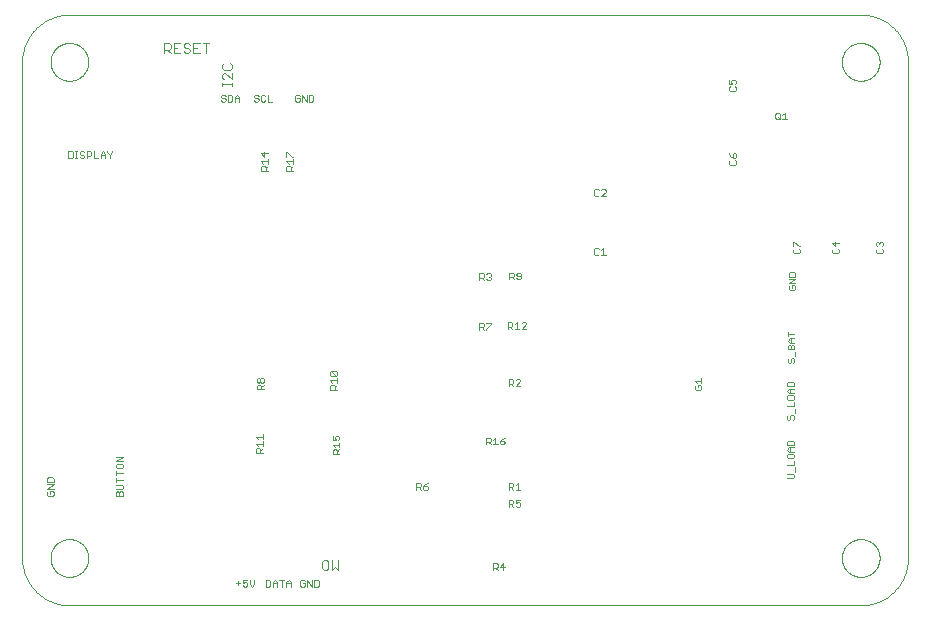
<source format=gto>
G75*
%MOIN*%
%OFA0B0*%
%FSLAX25Y25*%
%IPPOS*%
%LPD*%
%AMOC8*
5,1,8,0,0,1.08239X$1,22.5*
%
%ADD10C,0.00200*%
%ADD11C,0.00300*%
%ADD12C,0.00400*%
%ADD13C,0.00000*%
D10*
X0080672Y0087170D02*
X0082206Y0087170D01*
X0082590Y0087554D01*
X0082590Y0088321D01*
X0082206Y0088705D01*
X0081439Y0088705D01*
X0081439Y0087937D01*
X0080672Y0087170D02*
X0080288Y0087554D01*
X0080288Y0088321D01*
X0080672Y0088705D01*
X0080288Y0089472D02*
X0082590Y0091007D01*
X0080288Y0091007D01*
X0080288Y0091774D02*
X0080288Y0092925D01*
X0080672Y0093309D01*
X0082206Y0093309D01*
X0082590Y0092925D01*
X0082590Y0091774D01*
X0080288Y0091774D01*
X0080288Y0089472D02*
X0082590Y0089472D01*
X0143310Y0058051D02*
X0144845Y0058051D01*
X0145612Y0058051D02*
X0146379Y0058435D01*
X0146763Y0058435D01*
X0147147Y0058051D01*
X0147147Y0057284D01*
X0146763Y0056900D01*
X0145996Y0056900D01*
X0145612Y0057284D01*
X0145612Y0058051D02*
X0145612Y0059202D01*
X0147147Y0059202D01*
X0147914Y0059202D02*
X0147914Y0057667D01*
X0148681Y0056900D01*
X0149449Y0057667D01*
X0149449Y0059202D01*
X0153250Y0059202D02*
X0154401Y0059202D01*
X0154785Y0058818D01*
X0154785Y0057284D01*
X0154401Y0056900D01*
X0153250Y0056900D01*
X0153250Y0059202D01*
X0155552Y0058435D02*
X0156319Y0059202D01*
X0157087Y0058435D01*
X0157087Y0056900D01*
X0157087Y0058051D02*
X0155552Y0058051D01*
X0155552Y0058435D02*
X0155552Y0056900D01*
X0158621Y0056900D02*
X0158621Y0059202D01*
X0157854Y0059202D02*
X0159389Y0059202D01*
X0160156Y0058435D02*
X0160923Y0059202D01*
X0161691Y0058435D01*
X0161691Y0056900D01*
X0161691Y0058051D02*
X0160156Y0058051D01*
X0160156Y0058435D02*
X0160156Y0056900D01*
X0164830Y0057284D02*
X0165214Y0056900D01*
X0165981Y0056900D01*
X0166365Y0057284D01*
X0166365Y0058051D01*
X0165597Y0058051D01*
X0164830Y0058818D02*
X0164830Y0057284D01*
X0164830Y0058818D02*
X0165214Y0059202D01*
X0165981Y0059202D01*
X0166365Y0058818D01*
X0167132Y0059202D02*
X0168667Y0056900D01*
X0168667Y0059202D01*
X0169434Y0059202D02*
X0170585Y0059202D01*
X0170969Y0058818D01*
X0170969Y0057284D01*
X0170585Y0056900D01*
X0169434Y0056900D01*
X0169434Y0059202D01*
X0167132Y0059202D02*
X0167132Y0056900D01*
X0144077Y0057284D02*
X0144077Y0058818D01*
X0149958Y0101490D02*
X0149958Y0102641D01*
X0150342Y0103025D01*
X0151109Y0103025D01*
X0151493Y0102641D01*
X0151493Y0101490D01*
X0152260Y0101490D02*
X0149958Y0101490D01*
X0151493Y0102257D02*
X0152260Y0103025D01*
X0152260Y0103792D02*
X0152260Y0105327D01*
X0152260Y0106094D02*
X0152260Y0107629D01*
X0152260Y0106861D02*
X0149958Y0106861D01*
X0150725Y0106094D01*
X0149958Y0104559D02*
X0152260Y0104559D01*
X0150725Y0103792D02*
X0149958Y0104559D01*
X0175568Y0104163D02*
X0177870Y0104163D01*
X0177870Y0103396D02*
X0177870Y0104931D01*
X0177486Y0105698D02*
X0177870Y0106082D01*
X0177870Y0106849D01*
X0177486Y0107233D01*
X0176719Y0107233D01*
X0176335Y0106849D01*
X0176335Y0106465D01*
X0176719Y0105698D01*
X0175568Y0105698D01*
X0175568Y0107233D01*
X0175568Y0104163D02*
X0176335Y0103396D01*
X0175952Y0102629D02*
X0176719Y0102629D01*
X0177103Y0102245D01*
X0177103Y0101094D01*
X0177870Y0101094D02*
X0175568Y0101094D01*
X0175568Y0102245D01*
X0175952Y0102629D01*
X0177103Y0101861D02*
X0177870Y0102629D01*
X0203476Y0091502D02*
X0203476Y0089200D01*
X0203476Y0089967D02*
X0204627Y0089967D01*
X0205011Y0090351D01*
X0205011Y0091118D01*
X0204627Y0091502D01*
X0203476Y0091502D01*
X0204243Y0089967D02*
X0205011Y0089200D01*
X0205778Y0089584D02*
X0206162Y0089200D01*
X0206929Y0089200D01*
X0207313Y0089584D01*
X0207313Y0089967D01*
X0206929Y0090351D01*
X0205778Y0090351D01*
X0205778Y0089584D01*
X0205778Y0090351D02*
X0206545Y0091118D01*
X0207313Y0091502D01*
X0226744Y0104290D02*
X0226744Y0106592D01*
X0227895Y0106592D01*
X0228279Y0106208D01*
X0228279Y0105441D01*
X0227895Y0105057D01*
X0226744Y0105057D01*
X0227511Y0105057D02*
X0228279Y0104290D01*
X0229046Y0104290D02*
X0230581Y0104290D01*
X0229813Y0104290D02*
X0229813Y0106592D01*
X0229046Y0105825D01*
X0231348Y0105441D02*
X0232499Y0105441D01*
X0232883Y0105057D01*
X0232883Y0104674D01*
X0232499Y0104290D01*
X0231732Y0104290D01*
X0231348Y0104674D01*
X0231348Y0105441D01*
X0232115Y0106208D01*
X0232883Y0106592D01*
X0234296Y0091502D02*
X0235447Y0091502D01*
X0235831Y0091118D01*
X0235831Y0090351D01*
X0235447Y0089967D01*
X0234296Y0089967D01*
X0234296Y0089200D02*
X0234296Y0091502D01*
X0235063Y0089967D02*
X0235831Y0089200D01*
X0236598Y0089200D02*
X0238133Y0089200D01*
X0237365Y0089200D02*
X0237365Y0091502D01*
X0236598Y0090735D01*
X0236598Y0085842D02*
X0236598Y0084691D01*
X0237365Y0085075D01*
X0237749Y0085075D01*
X0238133Y0084691D01*
X0238133Y0083924D01*
X0237749Y0083540D01*
X0236982Y0083540D01*
X0236598Y0083924D01*
X0235831Y0083540D02*
X0235063Y0084307D01*
X0235447Y0084307D02*
X0234296Y0084307D01*
X0234296Y0083540D02*
X0234296Y0085842D01*
X0235447Y0085842D01*
X0235831Y0085458D01*
X0235831Y0084691D01*
X0235447Y0084307D01*
X0236598Y0085842D02*
X0238133Y0085842D01*
X0232499Y0064732D02*
X0231348Y0063581D01*
X0232883Y0063581D01*
X0232499Y0062430D02*
X0232499Y0064732D01*
X0230581Y0064348D02*
X0230581Y0063581D01*
X0230197Y0063197D01*
X0229046Y0063197D01*
X0229046Y0062430D02*
X0229046Y0064732D01*
X0230197Y0064732D01*
X0230581Y0064348D01*
X0229813Y0063197D02*
X0230581Y0062430D01*
X0234296Y0123790D02*
X0234296Y0126092D01*
X0235447Y0126092D01*
X0235831Y0125708D01*
X0235831Y0124941D01*
X0235447Y0124557D01*
X0234296Y0124557D01*
X0235063Y0124557D02*
X0235831Y0123790D01*
X0236598Y0123790D02*
X0238133Y0125325D01*
X0238133Y0125708D01*
X0237749Y0126092D01*
X0236982Y0126092D01*
X0236598Y0125708D01*
X0236598Y0123790D02*
X0238133Y0123790D01*
X0237831Y0142790D02*
X0236296Y0142790D01*
X0235529Y0142790D02*
X0234761Y0143557D01*
X0235145Y0143557D02*
X0233994Y0143557D01*
X0233994Y0142790D02*
X0233994Y0145092D01*
X0235145Y0145092D01*
X0235529Y0144708D01*
X0235529Y0143941D01*
X0235145Y0143557D01*
X0236296Y0144325D02*
X0237063Y0145092D01*
X0237063Y0142790D01*
X0238598Y0142790D02*
X0240133Y0144325D01*
X0240133Y0144708D01*
X0239749Y0145092D01*
X0238982Y0145092D01*
X0238598Y0144708D01*
X0238598Y0142790D02*
X0240133Y0142790D01*
X0228383Y0144458D02*
X0226848Y0142924D01*
X0226848Y0142540D01*
X0226081Y0142540D02*
X0225313Y0143307D01*
X0225697Y0143307D02*
X0224546Y0143307D01*
X0224546Y0142540D02*
X0224546Y0144842D01*
X0225697Y0144842D01*
X0226081Y0144458D01*
X0226081Y0143691D01*
X0225697Y0143307D01*
X0226848Y0144842D02*
X0228383Y0144842D01*
X0228383Y0144458D01*
X0227999Y0159040D02*
X0227232Y0159040D01*
X0226848Y0159424D01*
X0226081Y0159040D02*
X0225313Y0159807D01*
X0225697Y0159807D02*
X0224546Y0159807D01*
X0224546Y0159040D02*
X0224546Y0161342D01*
X0225697Y0161342D01*
X0226081Y0160958D01*
X0226081Y0160191D01*
X0225697Y0159807D01*
X0226848Y0160958D02*
X0227232Y0161342D01*
X0227999Y0161342D01*
X0228383Y0160958D01*
X0228383Y0160575D01*
X0227999Y0160191D01*
X0228383Y0159807D01*
X0228383Y0159424D01*
X0227999Y0159040D01*
X0227999Y0160191D02*
X0227615Y0160191D01*
X0234546Y0160057D02*
X0235697Y0160057D01*
X0236081Y0160441D01*
X0236081Y0161208D01*
X0235697Y0161592D01*
X0234546Y0161592D01*
X0234546Y0159290D01*
X0235313Y0160057D02*
X0236081Y0159290D01*
X0236848Y0159674D02*
X0237232Y0159290D01*
X0237999Y0159290D01*
X0238383Y0159674D01*
X0238383Y0161208D01*
X0237999Y0161592D01*
X0237232Y0161592D01*
X0236848Y0161208D01*
X0236848Y0160825D01*
X0237232Y0160441D01*
X0238383Y0160441D01*
X0262746Y0167884D02*
X0263130Y0167500D01*
X0263897Y0167500D01*
X0264281Y0167884D01*
X0265048Y0167500D02*
X0266583Y0167500D01*
X0265815Y0167500D02*
X0265815Y0169802D01*
X0265048Y0169035D01*
X0264281Y0169418D02*
X0263897Y0169802D01*
X0263130Y0169802D01*
X0262746Y0169418D01*
X0262746Y0167884D01*
X0263130Y0187060D02*
X0263897Y0187060D01*
X0264281Y0187444D01*
X0265048Y0187060D02*
X0266583Y0188595D01*
X0266583Y0188978D01*
X0266199Y0189362D01*
X0265432Y0189362D01*
X0265048Y0188978D01*
X0264281Y0188978D02*
X0263897Y0189362D01*
X0263130Y0189362D01*
X0262746Y0188978D01*
X0262746Y0187444D01*
X0263130Y0187060D01*
X0265048Y0187060D02*
X0266583Y0187060D01*
X0307828Y0197880D02*
X0308212Y0197496D01*
X0309746Y0197496D01*
X0310130Y0197880D01*
X0310130Y0198647D01*
X0309746Y0199031D01*
X0309746Y0199798D02*
X0310130Y0200182D01*
X0310130Y0200949D01*
X0309746Y0201333D01*
X0309363Y0201333D01*
X0308979Y0200949D01*
X0308979Y0199798D01*
X0309746Y0199798D01*
X0308979Y0199798D02*
X0308212Y0200565D01*
X0307828Y0201333D01*
X0308212Y0199031D02*
X0307828Y0198647D01*
X0307828Y0197880D01*
X0308022Y0222100D02*
X0309556Y0222100D01*
X0309940Y0222484D01*
X0309940Y0223251D01*
X0309556Y0223635D01*
X0309556Y0224402D02*
X0309940Y0224786D01*
X0309940Y0225553D01*
X0309556Y0225937D01*
X0308789Y0225937D01*
X0308405Y0225553D01*
X0308405Y0225169D01*
X0308789Y0224402D01*
X0307638Y0224402D01*
X0307638Y0225937D01*
X0308022Y0223635D02*
X0307638Y0223251D01*
X0307638Y0222484D01*
X0308022Y0222100D01*
X0329083Y0171837D02*
X0329467Y0171837D01*
X0331001Y0170302D01*
X0331385Y0170302D01*
X0331001Y0169535D02*
X0331385Y0169151D01*
X0331385Y0168384D01*
X0331001Y0168000D01*
X0329467Y0168000D01*
X0329083Y0168384D01*
X0329083Y0169151D01*
X0329467Y0169535D01*
X0329083Y0170302D02*
X0329083Y0171837D01*
X0342028Y0171453D02*
X0343179Y0170302D01*
X0343179Y0171837D01*
X0344330Y0171453D02*
X0342028Y0171453D01*
X0342412Y0169535D02*
X0342028Y0169151D01*
X0342028Y0168384D01*
X0342412Y0168000D01*
X0343946Y0168000D01*
X0344330Y0168384D01*
X0344330Y0169151D01*
X0343946Y0169535D01*
X0356688Y0169151D02*
X0356688Y0168384D01*
X0357072Y0168000D01*
X0358606Y0168000D01*
X0358990Y0168384D01*
X0358990Y0169151D01*
X0358606Y0169535D01*
X0358606Y0170302D02*
X0358990Y0170686D01*
X0358990Y0171453D01*
X0358606Y0171837D01*
X0358223Y0171837D01*
X0357839Y0171453D01*
X0357839Y0171069D01*
X0357839Y0171453D02*
X0357455Y0171837D01*
X0357072Y0171837D01*
X0356688Y0171453D01*
X0356688Y0170686D01*
X0357072Y0170302D01*
X0357072Y0169535D02*
X0356688Y0169151D01*
X0329860Y0161371D02*
X0329493Y0161738D01*
X0328025Y0161738D01*
X0327658Y0161371D01*
X0327658Y0160270D01*
X0329860Y0160270D01*
X0329860Y0161371D01*
X0329860Y0159528D02*
X0327658Y0159528D01*
X0327658Y0158060D02*
X0329860Y0159528D01*
X0329860Y0158060D02*
X0327658Y0158060D01*
X0328025Y0157318D02*
X0327658Y0156951D01*
X0327658Y0156217D01*
X0328025Y0155850D01*
X0329493Y0155850D01*
X0329860Y0156217D01*
X0329860Y0156951D01*
X0329493Y0157318D01*
X0328759Y0157318D01*
X0328759Y0156584D01*
X0327248Y0141878D02*
X0327248Y0140410D01*
X0327248Y0141144D02*
X0329450Y0141144D01*
X0329450Y0139668D02*
X0327982Y0139668D01*
X0327248Y0138934D01*
X0327982Y0138200D01*
X0329450Y0138200D01*
X0329083Y0137458D02*
X0329450Y0137091D01*
X0329450Y0135990D01*
X0327248Y0135990D01*
X0327248Y0137091D01*
X0327615Y0137458D01*
X0327982Y0137458D01*
X0328349Y0137091D01*
X0328349Y0135990D01*
X0328349Y0137091D02*
X0328716Y0137458D01*
X0329083Y0137458D01*
X0328349Y0138200D02*
X0328349Y0139668D01*
X0329817Y0135248D02*
X0329817Y0133780D01*
X0329083Y0133038D02*
X0329450Y0132671D01*
X0329450Y0131938D01*
X0329083Y0131571D01*
X0328349Y0131938D02*
X0328349Y0132671D01*
X0328716Y0133038D01*
X0329083Y0133038D01*
X0328349Y0131938D02*
X0327982Y0131571D01*
X0327615Y0131571D01*
X0327248Y0131938D01*
X0327248Y0132671D01*
X0327615Y0133038D01*
X0327435Y0125078D02*
X0327068Y0124711D01*
X0327068Y0123610D01*
X0329270Y0123610D01*
X0329270Y0124711D01*
X0328903Y0125078D01*
X0327435Y0125078D01*
X0327802Y0122868D02*
X0329270Y0122868D01*
X0328169Y0122868D02*
X0328169Y0121400D01*
X0327802Y0121400D02*
X0327068Y0122134D01*
X0327802Y0122868D01*
X0327802Y0121400D02*
X0329270Y0121400D01*
X0328903Y0120658D02*
X0327435Y0120658D01*
X0327068Y0120291D01*
X0327068Y0119557D01*
X0327435Y0119190D01*
X0328903Y0119190D01*
X0329270Y0119557D01*
X0329270Y0120291D01*
X0328903Y0120658D01*
X0329270Y0118448D02*
X0329270Y0116980D01*
X0327068Y0116980D01*
X0329637Y0116238D02*
X0329637Y0114771D01*
X0328903Y0114029D02*
X0329270Y0113662D01*
X0329270Y0112928D01*
X0328903Y0112561D01*
X0328169Y0112928D02*
X0328169Y0113662D01*
X0328536Y0114029D01*
X0328903Y0114029D01*
X0328169Y0112928D02*
X0327802Y0112561D01*
X0327435Y0112561D01*
X0327068Y0112928D01*
X0327068Y0113662D01*
X0327435Y0114029D01*
X0327455Y0105507D02*
X0327088Y0105140D01*
X0327088Y0104039D01*
X0329290Y0104039D01*
X0329290Y0105140D01*
X0328923Y0105507D01*
X0327455Y0105507D01*
X0327822Y0103297D02*
X0329290Y0103297D01*
X0328189Y0103297D02*
X0328189Y0101830D01*
X0327822Y0101830D02*
X0327088Y0102563D01*
X0327822Y0103297D01*
X0327822Y0101830D02*
X0329290Y0101830D01*
X0328923Y0101088D02*
X0327455Y0101088D01*
X0327088Y0100721D01*
X0327088Y0099987D01*
X0327455Y0099620D01*
X0328923Y0099620D01*
X0329290Y0099987D01*
X0329290Y0100721D01*
X0328923Y0101088D01*
X0329290Y0098878D02*
X0329290Y0097410D01*
X0327088Y0097410D01*
X0329657Y0096668D02*
X0329657Y0095200D01*
X0328923Y0094458D02*
X0327088Y0094458D01*
X0327088Y0092990D02*
X0328923Y0092990D01*
X0329290Y0093357D01*
X0329290Y0094091D01*
X0328923Y0094458D01*
X0177080Y0122600D02*
X0174778Y0122600D01*
X0174778Y0123751D01*
X0175162Y0124135D01*
X0175929Y0124135D01*
X0176313Y0123751D01*
X0176313Y0122600D01*
X0176313Y0123367D02*
X0177080Y0124135D01*
X0177080Y0124902D02*
X0177080Y0126437D01*
X0177080Y0125669D02*
X0174778Y0125669D01*
X0175545Y0124902D01*
X0175162Y0127204D02*
X0174778Y0127588D01*
X0174778Y0128355D01*
X0175162Y0128739D01*
X0176696Y0127204D01*
X0177080Y0127588D01*
X0177080Y0128355D01*
X0176696Y0128739D01*
X0175162Y0128739D01*
X0175162Y0127204D02*
X0176696Y0127204D01*
X0152640Y0126073D02*
X0152640Y0125306D01*
X0152256Y0124922D01*
X0151873Y0124922D01*
X0151489Y0125306D01*
X0151489Y0126073D01*
X0151873Y0126457D01*
X0152256Y0126457D01*
X0152640Y0126073D01*
X0151489Y0126073D02*
X0151105Y0126457D01*
X0150722Y0126457D01*
X0150338Y0126073D01*
X0150338Y0125306D01*
X0150722Y0124922D01*
X0151105Y0124922D01*
X0151489Y0125306D01*
X0151489Y0124155D02*
X0151873Y0123771D01*
X0151873Y0122620D01*
X0152640Y0122620D02*
X0150338Y0122620D01*
X0150338Y0123771D01*
X0150722Y0124155D01*
X0151489Y0124155D01*
X0151873Y0123387D02*
X0152640Y0124155D01*
X0153223Y0195600D02*
X0153223Y0196751D01*
X0152839Y0197135D01*
X0152072Y0197135D01*
X0151688Y0196751D01*
X0151688Y0195600D01*
X0153990Y0195600D01*
X0153223Y0196367D02*
X0153990Y0197135D01*
X0153990Y0197902D02*
X0153990Y0199437D01*
X0153990Y0198669D02*
X0151688Y0198669D01*
X0152455Y0197902D01*
X0152839Y0200204D02*
X0152839Y0201739D01*
X0151688Y0201355D02*
X0152839Y0200204D01*
X0153990Y0201355D02*
X0151688Y0201355D01*
X0160128Y0201739D02*
X0160512Y0201739D01*
X0162046Y0200204D01*
X0162430Y0200204D01*
X0162430Y0199437D02*
X0162430Y0197902D01*
X0162430Y0198669D02*
X0160128Y0198669D01*
X0160895Y0197902D01*
X0160512Y0197135D02*
X0161279Y0197135D01*
X0161663Y0196751D01*
X0161663Y0195600D01*
X0162430Y0195600D02*
X0160128Y0195600D01*
X0160128Y0196751D01*
X0160512Y0197135D01*
X0161663Y0196367D02*
X0162430Y0197135D01*
X0160128Y0200204D02*
X0160128Y0201739D01*
X0163458Y0218600D02*
X0164225Y0218600D01*
X0164609Y0218984D01*
X0164609Y0219751D01*
X0163841Y0219751D01*
X0163074Y0220518D02*
X0163074Y0218984D01*
X0163458Y0218600D01*
X0165376Y0218600D02*
X0165376Y0220902D01*
X0166911Y0218600D01*
X0166911Y0220902D01*
X0167678Y0220902D02*
X0168829Y0220902D01*
X0169213Y0220518D01*
X0169213Y0218984D01*
X0168829Y0218600D01*
X0167678Y0218600D01*
X0167678Y0220902D01*
X0164609Y0220518D02*
X0164225Y0220902D01*
X0163458Y0220902D01*
X0163074Y0220518D01*
X0155493Y0218600D02*
X0153958Y0218600D01*
X0153958Y0220902D01*
X0153191Y0220518D02*
X0152807Y0220902D01*
X0152040Y0220902D01*
X0151656Y0220518D01*
X0151656Y0218984D01*
X0152040Y0218600D01*
X0152807Y0218600D01*
X0153191Y0218984D01*
X0150889Y0218984D02*
X0150505Y0218600D01*
X0149738Y0218600D01*
X0149354Y0218984D01*
X0149738Y0219751D02*
X0149354Y0220135D01*
X0149354Y0220518D01*
X0149738Y0220902D01*
X0150505Y0220902D01*
X0150889Y0220518D01*
X0150505Y0219751D02*
X0150889Y0219367D01*
X0150889Y0218984D01*
X0150505Y0219751D02*
X0149738Y0219751D01*
X0144513Y0219751D02*
X0142978Y0219751D01*
X0142978Y0220135D02*
X0143745Y0220902D01*
X0144513Y0220135D01*
X0144513Y0218600D01*
X0142978Y0218600D02*
X0142978Y0220135D01*
X0142211Y0220518D02*
X0141827Y0220902D01*
X0140676Y0220902D01*
X0140676Y0218600D01*
X0141827Y0218600D01*
X0142211Y0218984D01*
X0142211Y0220518D01*
X0139909Y0220518D02*
X0139525Y0220902D01*
X0138758Y0220902D01*
X0138374Y0220518D01*
X0138374Y0220135D01*
X0138758Y0219751D01*
X0139525Y0219751D01*
X0139909Y0219367D01*
X0139909Y0218984D01*
X0139525Y0218600D01*
X0138758Y0218600D01*
X0138374Y0218984D01*
D11*
X0133439Y0234830D02*
X0133439Y0238033D01*
X0134506Y0238033D02*
X0132371Y0238033D01*
X0131283Y0238033D02*
X0129148Y0238033D01*
X0129148Y0234830D01*
X0131283Y0234830D01*
X0130216Y0236431D02*
X0129148Y0236431D01*
X0128061Y0235898D02*
X0128061Y0235364D01*
X0127527Y0234830D01*
X0126459Y0234830D01*
X0125925Y0235364D01*
X0126459Y0236431D02*
X0127527Y0236431D01*
X0128061Y0235898D01*
X0128061Y0237499D02*
X0127527Y0238033D01*
X0126459Y0238033D01*
X0125925Y0237499D01*
X0125925Y0236965D01*
X0126459Y0236431D01*
X0124838Y0234830D02*
X0122703Y0234830D01*
X0122703Y0238033D01*
X0124838Y0238033D01*
X0123770Y0236431D02*
X0122703Y0236431D01*
X0121615Y0236431D02*
X0121081Y0235898D01*
X0119480Y0235898D01*
X0120548Y0235898D02*
X0121615Y0234830D01*
X0121615Y0236431D02*
X0121615Y0237499D01*
X0121081Y0238033D01*
X0119480Y0238033D01*
X0119480Y0234830D01*
X0102012Y0201982D02*
X0102012Y0201615D01*
X0101278Y0200881D01*
X0101278Y0199780D01*
X0101278Y0200881D02*
X0100544Y0201615D01*
X0100544Y0201982D01*
X0099710Y0201248D02*
X0099710Y0199780D01*
X0099710Y0200881D02*
X0098242Y0200881D01*
X0098242Y0201248D02*
X0098976Y0201982D01*
X0099710Y0201248D01*
X0098242Y0201248D02*
X0098242Y0199780D01*
X0097408Y0199780D02*
X0095941Y0199780D01*
X0095941Y0201982D01*
X0095106Y0201615D02*
X0095106Y0200881D01*
X0094739Y0200514D01*
X0093639Y0200514D01*
X0093639Y0199780D02*
X0093639Y0201982D01*
X0094739Y0201982D01*
X0095106Y0201615D01*
X0092805Y0201615D02*
X0092438Y0201982D01*
X0091704Y0201982D01*
X0091337Y0201615D01*
X0091337Y0201248D01*
X0091704Y0200881D01*
X0092438Y0200881D01*
X0092805Y0200514D01*
X0092805Y0200147D01*
X0092438Y0199780D01*
X0091704Y0199780D01*
X0091337Y0200147D01*
X0090536Y0199780D02*
X0089802Y0199780D01*
X0090169Y0199780D02*
X0090169Y0201982D01*
X0089802Y0201982D02*
X0090536Y0201982D01*
X0088968Y0201615D02*
X0088601Y0201982D01*
X0087500Y0201982D01*
X0087500Y0199780D01*
X0088601Y0199780D01*
X0088968Y0200147D01*
X0088968Y0201615D01*
X0103388Y0100128D02*
X0105590Y0100128D01*
X0103388Y0098660D01*
X0105590Y0098660D01*
X0105223Y0097826D02*
X0103755Y0097826D01*
X0103388Y0097459D01*
X0103388Y0096725D01*
X0103755Y0096358D01*
X0105223Y0096358D01*
X0105590Y0096725D01*
X0105590Y0097459D01*
X0105223Y0097826D01*
X0103388Y0095524D02*
X0103388Y0094056D01*
X0103388Y0094790D02*
X0105590Y0094790D01*
X0105590Y0092488D02*
X0103388Y0092488D01*
X0103388Y0091754D02*
X0103388Y0093222D01*
X0103388Y0090920D02*
X0105223Y0090920D01*
X0105590Y0090553D01*
X0105590Y0089819D01*
X0105223Y0089452D01*
X0103388Y0089452D01*
X0103755Y0088618D02*
X0104122Y0088618D01*
X0104489Y0088251D01*
X0104489Y0087150D01*
X0103388Y0087150D02*
X0103388Y0088251D01*
X0103755Y0088618D01*
X0104489Y0088251D02*
X0104856Y0088618D01*
X0105223Y0088618D01*
X0105590Y0088251D01*
X0105590Y0087150D01*
X0103388Y0087150D01*
X0296308Y0122937D02*
X0296675Y0122570D01*
X0298143Y0122570D01*
X0298510Y0122937D01*
X0298510Y0123671D01*
X0298143Y0124038D01*
X0297409Y0124038D01*
X0297409Y0123304D01*
X0296675Y0124038D02*
X0296308Y0123671D01*
X0296308Y0122937D01*
X0297042Y0124872D02*
X0296308Y0125606D01*
X0298510Y0125606D01*
X0298510Y0124872D02*
X0298510Y0126340D01*
X0323557Y0212670D02*
X0323190Y0213037D01*
X0323190Y0214505D01*
X0323557Y0214872D01*
X0324291Y0214872D01*
X0324658Y0214505D01*
X0324658Y0213037D01*
X0324291Y0212670D01*
X0323557Y0212670D01*
X0323924Y0213404D02*
X0324658Y0212670D01*
X0325492Y0212670D02*
X0326960Y0212670D01*
X0326226Y0212670D02*
X0326226Y0214872D01*
X0325492Y0214138D01*
D12*
X0141950Y0223880D02*
X0141950Y0224914D01*
X0141950Y0224397D02*
X0138847Y0224397D01*
X0138847Y0223880D02*
X0138847Y0224914D01*
X0139364Y0226028D02*
X0138847Y0226546D01*
X0138847Y0227580D01*
X0139364Y0228097D01*
X0139882Y0228097D01*
X0141950Y0226028D01*
X0141950Y0228097D01*
X0141433Y0229251D02*
X0141950Y0229768D01*
X0141950Y0230803D01*
X0141433Y0231320D01*
X0139364Y0231320D02*
X0138847Y0230803D01*
X0138847Y0229768D01*
X0139364Y0229251D01*
X0141433Y0229251D01*
X0172647Y0065653D02*
X0172130Y0065136D01*
X0172130Y0063067D01*
X0172647Y0062550D01*
X0173681Y0062550D01*
X0174198Y0063067D01*
X0174198Y0065136D01*
X0173681Y0065653D01*
X0172647Y0065653D01*
X0175353Y0065653D02*
X0175353Y0062550D01*
X0176387Y0063584D01*
X0177421Y0062550D01*
X0177421Y0065653D01*
D13*
X0087848Y0050700D02*
X0351628Y0050700D01*
X0345329Y0066448D02*
X0345331Y0066606D01*
X0345337Y0066764D01*
X0345347Y0066922D01*
X0345361Y0067080D01*
X0345379Y0067237D01*
X0345400Y0067394D01*
X0345426Y0067550D01*
X0345456Y0067706D01*
X0345489Y0067861D01*
X0345527Y0068014D01*
X0345568Y0068167D01*
X0345613Y0068319D01*
X0345662Y0068470D01*
X0345715Y0068619D01*
X0345771Y0068767D01*
X0345831Y0068913D01*
X0345895Y0069058D01*
X0345963Y0069201D01*
X0346034Y0069343D01*
X0346108Y0069483D01*
X0346186Y0069620D01*
X0346268Y0069756D01*
X0346352Y0069890D01*
X0346441Y0070021D01*
X0346532Y0070150D01*
X0346627Y0070277D01*
X0346724Y0070402D01*
X0346825Y0070524D01*
X0346929Y0070643D01*
X0347036Y0070760D01*
X0347146Y0070874D01*
X0347259Y0070985D01*
X0347374Y0071094D01*
X0347492Y0071199D01*
X0347613Y0071301D01*
X0347736Y0071401D01*
X0347862Y0071497D01*
X0347990Y0071590D01*
X0348120Y0071680D01*
X0348253Y0071766D01*
X0348388Y0071850D01*
X0348524Y0071929D01*
X0348663Y0072006D01*
X0348804Y0072078D01*
X0348946Y0072148D01*
X0349090Y0072213D01*
X0349236Y0072275D01*
X0349383Y0072333D01*
X0349532Y0072388D01*
X0349682Y0072439D01*
X0349833Y0072486D01*
X0349985Y0072529D01*
X0350138Y0072568D01*
X0350293Y0072604D01*
X0350448Y0072635D01*
X0350604Y0072663D01*
X0350760Y0072687D01*
X0350917Y0072707D01*
X0351075Y0072723D01*
X0351232Y0072735D01*
X0351391Y0072743D01*
X0351549Y0072747D01*
X0351707Y0072747D01*
X0351865Y0072743D01*
X0352024Y0072735D01*
X0352181Y0072723D01*
X0352339Y0072707D01*
X0352496Y0072687D01*
X0352652Y0072663D01*
X0352808Y0072635D01*
X0352963Y0072604D01*
X0353118Y0072568D01*
X0353271Y0072529D01*
X0353423Y0072486D01*
X0353574Y0072439D01*
X0353724Y0072388D01*
X0353873Y0072333D01*
X0354020Y0072275D01*
X0354166Y0072213D01*
X0354310Y0072148D01*
X0354452Y0072078D01*
X0354593Y0072006D01*
X0354732Y0071929D01*
X0354868Y0071850D01*
X0355003Y0071766D01*
X0355136Y0071680D01*
X0355266Y0071590D01*
X0355394Y0071497D01*
X0355520Y0071401D01*
X0355643Y0071301D01*
X0355764Y0071199D01*
X0355882Y0071094D01*
X0355997Y0070985D01*
X0356110Y0070874D01*
X0356220Y0070760D01*
X0356327Y0070643D01*
X0356431Y0070524D01*
X0356532Y0070402D01*
X0356629Y0070277D01*
X0356724Y0070150D01*
X0356815Y0070021D01*
X0356904Y0069890D01*
X0356988Y0069756D01*
X0357070Y0069620D01*
X0357148Y0069483D01*
X0357222Y0069343D01*
X0357293Y0069201D01*
X0357361Y0069058D01*
X0357425Y0068913D01*
X0357485Y0068767D01*
X0357541Y0068619D01*
X0357594Y0068470D01*
X0357643Y0068319D01*
X0357688Y0068167D01*
X0357729Y0068014D01*
X0357767Y0067861D01*
X0357800Y0067706D01*
X0357830Y0067550D01*
X0357856Y0067394D01*
X0357877Y0067237D01*
X0357895Y0067080D01*
X0357909Y0066922D01*
X0357919Y0066764D01*
X0357925Y0066606D01*
X0357927Y0066448D01*
X0357925Y0066290D01*
X0357919Y0066132D01*
X0357909Y0065974D01*
X0357895Y0065816D01*
X0357877Y0065659D01*
X0357856Y0065502D01*
X0357830Y0065346D01*
X0357800Y0065190D01*
X0357767Y0065035D01*
X0357729Y0064882D01*
X0357688Y0064729D01*
X0357643Y0064577D01*
X0357594Y0064426D01*
X0357541Y0064277D01*
X0357485Y0064129D01*
X0357425Y0063983D01*
X0357361Y0063838D01*
X0357293Y0063695D01*
X0357222Y0063553D01*
X0357148Y0063413D01*
X0357070Y0063276D01*
X0356988Y0063140D01*
X0356904Y0063006D01*
X0356815Y0062875D01*
X0356724Y0062746D01*
X0356629Y0062619D01*
X0356532Y0062494D01*
X0356431Y0062372D01*
X0356327Y0062253D01*
X0356220Y0062136D01*
X0356110Y0062022D01*
X0355997Y0061911D01*
X0355882Y0061802D01*
X0355764Y0061697D01*
X0355643Y0061595D01*
X0355520Y0061495D01*
X0355394Y0061399D01*
X0355266Y0061306D01*
X0355136Y0061216D01*
X0355003Y0061130D01*
X0354868Y0061046D01*
X0354732Y0060967D01*
X0354593Y0060890D01*
X0354452Y0060818D01*
X0354310Y0060748D01*
X0354166Y0060683D01*
X0354020Y0060621D01*
X0353873Y0060563D01*
X0353724Y0060508D01*
X0353574Y0060457D01*
X0353423Y0060410D01*
X0353271Y0060367D01*
X0353118Y0060328D01*
X0352963Y0060292D01*
X0352808Y0060261D01*
X0352652Y0060233D01*
X0352496Y0060209D01*
X0352339Y0060189D01*
X0352181Y0060173D01*
X0352024Y0060161D01*
X0351865Y0060153D01*
X0351707Y0060149D01*
X0351549Y0060149D01*
X0351391Y0060153D01*
X0351232Y0060161D01*
X0351075Y0060173D01*
X0350917Y0060189D01*
X0350760Y0060209D01*
X0350604Y0060233D01*
X0350448Y0060261D01*
X0350293Y0060292D01*
X0350138Y0060328D01*
X0349985Y0060367D01*
X0349833Y0060410D01*
X0349682Y0060457D01*
X0349532Y0060508D01*
X0349383Y0060563D01*
X0349236Y0060621D01*
X0349090Y0060683D01*
X0348946Y0060748D01*
X0348804Y0060818D01*
X0348663Y0060890D01*
X0348524Y0060967D01*
X0348388Y0061046D01*
X0348253Y0061130D01*
X0348120Y0061216D01*
X0347990Y0061306D01*
X0347862Y0061399D01*
X0347736Y0061495D01*
X0347613Y0061595D01*
X0347492Y0061697D01*
X0347374Y0061802D01*
X0347259Y0061911D01*
X0347146Y0062022D01*
X0347036Y0062136D01*
X0346929Y0062253D01*
X0346825Y0062372D01*
X0346724Y0062494D01*
X0346627Y0062619D01*
X0346532Y0062746D01*
X0346441Y0062875D01*
X0346352Y0063006D01*
X0346268Y0063140D01*
X0346186Y0063276D01*
X0346108Y0063413D01*
X0346034Y0063553D01*
X0345963Y0063695D01*
X0345895Y0063838D01*
X0345831Y0063983D01*
X0345771Y0064129D01*
X0345715Y0064277D01*
X0345662Y0064426D01*
X0345613Y0064577D01*
X0345568Y0064729D01*
X0345527Y0064882D01*
X0345489Y0065035D01*
X0345456Y0065190D01*
X0345426Y0065346D01*
X0345400Y0065502D01*
X0345379Y0065659D01*
X0345361Y0065816D01*
X0345347Y0065974D01*
X0345337Y0066132D01*
X0345331Y0066290D01*
X0345329Y0066448D01*
X0351628Y0050700D02*
X0352009Y0050705D01*
X0352389Y0050718D01*
X0352769Y0050741D01*
X0353148Y0050774D01*
X0353526Y0050815D01*
X0353903Y0050865D01*
X0354279Y0050925D01*
X0354654Y0050993D01*
X0355026Y0051071D01*
X0355397Y0051158D01*
X0355765Y0051253D01*
X0356131Y0051358D01*
X0356494Y0051471D01*
X0356855Y0051593D01*
X0357212Y0051723D01*
X0357566Y0051863D01*
X0357917Y0052010D01*
X0358264Y0052167D01*
X0358607Y0052331D01*
X0358946Y0052504D01*
X0359281Y0052685D01*
X0359612Y0052874D01*
X0359937Y0053071D01*
X0360258Y0053275D01*
X0360574Y0053488D01*
X0360884Y0053708D01*
X0361190Y0053935D01*
X0361489Y0054170D01*
X0361783Y0054412D01*
X0362071Y0054660D01*
X0362353Y0054916D01*
X0362628Y0055179D01*
X0362897Y0055448D01*
X0363160Y0055723D01*
X0363416Y0056005D01*
X0363664Y0056293D01*
X0363906Y0056587D01*
X0364141Y0056886D01*
X0364368Y0057192D01*
X0364588Y0057502D01*
X0364801Y0057818D01*
X0365005Y0058139D01*
X0365202Y0058464D01*
X0365391Y0058795D01*
X0365572Y0059130D01*
X0365745Y0059469D01*
X0365909Y0059812D01*
X0366066Y0060159D01*
X0366213Y0060510D01*
X0366353Y0060864D01*
X0366483Y0061221D01*
X0366605Y0061582D01*
X0366718Y0061945D01*
X0366823Y0062311D01*
X0366918Y0062679D01*
X0367005Y0063050D01*
X0367083Y0063422D01*
X0367151Y0063797D01*
X0367211Y0064173D01*
X0367261Y0064550D01*
X0367302Y0064928D01*
X0367335Y0065307D01*
X0367358Y0065687D01*
X0367371Y0066067D01*
X0367376Y0066448D01*
X0367376Y0231802D01*
X0345329Y0231802D02*
X0345331Y0231960D01*
X0345337Y0232118D01*
X0345347Y0232276D01*
X0345361Y0232434D01*
X0345379Y0232591D01*
X0345400Y0232748D01*
X0345426Y0232904D01*
X0345456Y0233060D01*
X0345489Y0233215D01*
X0345527Y0233368D01*
X0345568Y0233521D01*
X0345613Y0233673D01*
X0345662Y0233824D01*
X0345715Y0233973D01*
X0345771Y0234121D01*
X0345831Y0234267D01*
X0345895Y0234412D01*
X0345963Y0234555D01*
X0346034Y0234697D01*
X0346108Y0234837D01*
X0346186Y0234974D01*
X0346268Y0235110D01*
X0346352Y0235244D01*
X0346441Y0235375D01*
X0346532Y0235504D01*
X0346627Y0235631D01*
X0346724Y0235756D01*
X0346825Y0235878D01*
X0346929Y0235997D01*
X0347036Y0236114D01*
X0347146Y0236228D01*
X0347259Y0236339D01*
X0347374Y0236448D01*
X0347492Y0236553D01*
X0347613Y0236655D01*
X0347736Y0236755D01*
X0347862Y0236851D01*
X0347990Y0236944D01*
X0348120Y0237034D01*
X0348253Y0237120D01*
X0348388Y0237204D01*
X0348524Y0237283D01*
X0348663Y0237360D01*
X0348804Y0237432D01*
X0348946Y0237502D01*
X0349090Y0237567D01*
X0349236Y0237629D01*
X0349383Y0237687D01*
X0349532Y0237742D01*
X0349682Y0237793D01*
X0349833Y0237840D01*
X0349985Y0237883D01*
X0350138Y0237922D01*
X0350293Y0237958D01*
X0350448Y0237989D01*
X0350604Y0238017D01*
X0350760Y0238041D01*
X0350917Y0238061D01*
X0351075Y0238077D01*
X0351232Y0238089D01*
X0351391Y0238097D01*
X0351549Y0238101D01*
X0351707Y0238101D01*
X0351865Y0238097D01*
X0352024Y0238089D01*
X0352181Y0238077D01*
X0352339Y0238061D01*
X0352496Y0238041D01*
X0352652Y0238017D01*
X0352808Y0237989D01*
X0352963Y0237958D01*
X0353118Y0237922D01*
X0353271Y0237883D01*
X0353423Y0237840D01*
X0353574Y0237793D01*
X0353724Y0237742D01*
X0353873Y0237687D01*
X0354020Y0237629D01*
X0354166Y0237567D01*
X0354310Y0237502D01*
X0354452Y0237432D01*
X0354593Y0237360D01*
X0354732Y0237283D01*
X0354868Y0237204D01*
X0355003Y0237120D01*
X0355136Y0237034D01*
X0355266Y0236944D01*
X0355394Y0236851D01*
X0355520Y0236755D01*
X0355643Y0236655D01*
X0355764Y0236553D01*
X0355882Y0236448D01*
X0355997Y0236339D01*
X0356110Y0236228D01*
X0356220Y0236114D01*
X0356327Y0235997D01*
X0356431Y0235878D01*
X0356532Y0235756D01*
X0356629Y0235631D01*
X0356724Y0235504D01*
X0356815Y0235375D01*
X0356904Y0235244D01*
X0356988Y0235110D01*
X0357070Y0234974D01*
X0357148Y0234837D01*
X0357222Y0234697D01*
X0357293Y0234555D01*
X0357361Y0234412D01*
X0357425Y0234267D01*
X0357485Y0234121D01*
X0357541Y0233973D01*
X0357594Y0233824D01*
X0357643Y0233673D01*
X0357688Y0233521D01*
X0357729Y0233368D01*
X0357767Y0233215D01*
X0357800Y0233060D01*
X0357830Y0232904D01*
X0357856Y0232748D01*
X0357877Y0232591D01*
X0357895Y0232434D01*
X0357909Y0232276D01*
X0357919Y0232118D01*
X0357925Y0231960D01*
X0357927Y0231802D01*
X0357925Y0231644D01*
X0357919Y0231486D01*
X0357909Y0231328D01*
X0357895Y0231170D01*
X0357877Y0231013D01*
X0357856Y0230856D01*
X0357830Y0230700D01*
X0357800Y0230544D01*
X0357767Y0230389D01*
X0357729Y0230236D01*
X0357688Y0230083D01*
X0357643Y0229931D01*
X0357594Y0229780D01*
X0357541Y0229631D01*
X0357485Y0229483D01*
X0357425Y0229337D01*
X0357361Y0229192D01*
X0357293Y0229049D01*
X0357222Y0228907D01*
X0357148Y0228767D01*
X0357070Y0228630D01*
X0356988Y0228494D01*
X0356904Y0228360D01*
X0356815Y0228229D01*
X0356724Y0228100D01*
X0356629Y0227973D01*
X0356532Y0227848D01*
X0356431Y0227726D01*
X0356327Y0227607D01*
X0356220Y0227490D01*
X0356110Y0227376D01*
X0355997Y0227265D01*
X0355882Y0227156D01*
X0355764Y0227051D01*
X0355643Y0226949D01*
X0355520Y0226849D01*
X0355394Y0226753D01*
X0355266Y0226660D01*
X0355136Y0226570D01*
X0355003Y0226484D01*
X0354868Y0226400D01*
X0354732Y0226321D01*
X0354593Y0226244D01*
X0354452Y0226172D01*
X0354310Y0226102D01*
X0354166Y0226037D01*
X0354020Y0225975D01*
X0353873Y0225917D01*
X0353724Y0225862D01*
X0353574Y0225811D01*
X0353423Y0225764D01*
X0353271Y0225721D01*
X0353118Y0225682D01*
X0352963Y0225646D01*
X0352808Y0225615D01*
X0352652Y0225587D01*
X0352496Y0225563D01*
X0352339Y0225543D01*
X0352181Y0225527D01*
X0352024Y0225515D01*
X0351865Y0225507D01*
X0351707Y0225503D01*
X0351549Y0225503D01*
X0351391Y0225507D01*
X0351232Y0225515D01*
X0351075Y0225527D01*
X0350917Y0225543D01*
X0350760Y0225563D01*
X0350604Y0225587D01*
X0350448Y0225615D01*
X0350293Y0225646D01*
X0350138Y0225682D01*
X0349985Y0225721D01*
X0349833Y0225764D01*
X0349682Y0225811D01*
X0349532Y0225862D01*
X0349383Y0225917D01*
X0349236Y0225975D01*
X0349090Y0226037D01*
X0348946Y0226102D01*
X0348804Y0226172D01*
X0348663Y0226244D01*
X0348524Y0226321D01*
X0348388Y0226400D01*
X0348253Y0226484D01*
X0348120Y0226570D01*
X0347990Y0226660D01*
X0347862Y0226753D01*
X0347736Y0226849D01*
X0347613Y0226949D01*
X0347492Y0227051D01*
X0347374Y0227156D01*
X0347259Y0227265D01*
X0347146Y0227376D01*
X0347036Y0227490D01*
X0346929Y0227607D01*
X0346825Y0227726D01*
X0346724Y0227848D01*
X0346627Y0227973D01*
X0346532Y0228100D01*
X0346441Y0228229D01*
X0346352Y0228360D01*
X0346268Y0228494D01*
X0346186Y0228630D01*
X0346108Y0228767D01*
X0346034Y0228907D01*
X0345963Y0229049D01*
X0345895Y0229192D01*
X0345831Y0229337D01*
X0345771Y0229483D01*
X0345715Y0229631D01*
X0345662Y0229780D01*
X0345613Y0229931D01*
X0345568Y0230083D01*
X0345527Y0230236D01*
X0345489Y0230389D01*
X0345456Y0230544D01*
X0345426Y0230700D01*
X0345400Y0230856D01*
X0345379Y0231013D01*
X0345361Y0231170D01*
X0345347Y0231328D01*
X0345337Y0231486D01*
X0345331Y0231644D01*
X0345329Y0231802D01*
X0351628Y0247550D02*
X0352009Y0247545D01*
X0352389Y0247532D01*
X0352769Y0247509D01*
X0353148Y0247476D01*
X0353526Y0247435D01*
X0353903Y0247385D01*
X0354279Y0247325D01*
X0354654Y0247257D01*
X0355026Y0247179D01*
X0355397Y0247092D01*
X0355765Y0246997D01*
X0356131Y0246892D01*
X0356494Y0246779D01*
X0356855Y0246657D01*
X0357212Y0246527D01*
X0357566Y0246387D01*
X0357917Y0246240D01*
X0358264Y0246083D01*
X0358607Y0245919D01*
X0358946Y0245746D01*
X0359281Y0245565D01*
X0359612Y0245376D01*
X0359937Y0245179D01*
X0360258Y0244975D01*
X0360574Y0244762D01*
X0360884Y0244542D01*
X0361190Y0244315D01*
X0361489Y0244080D01*
X0361783Y0243838D01*
X0362071Y0243590D01*
X0362353Y0243334D01*
X0362628Y0243071D01*
X0362897Y0242802D01*
X0363160Y0242527D01*
X0363416Y0242245D01*
X0363664Y0241957D01*
X0363906Y0241663D01*
X0364141Y0241364D01*
X0364368Y0241058D01*
X0364588Y0240748D01*
X0364801Y0240432D01*
X0365005Y0240111D01*
X0365202Y0239786D01*
X0365391Y0239455D01*
X0365572Y0239120D01*
X0365745Y0238781D01*
X0365909Y0238438D01*
X0366066Y0238091D01*
X0366213Y0237740D01*
X0366353Y0237386D01*
X0366483Y0237029D01*
X0366605Y0236668D01*
X0366718Y0236305D01*
X0366823Y0235939D01*
X0366918Y0235571D01*
X0367005Y0235200D01*
X0367083Y0234828D01*
X0367151Y0234453D01*
X0367211Y0234077D01*
X0367261Y0233700D01*
X0367302Y0233322D01*
X0367335Y0232943D01*
X0367358Y0232563D01*
X0367371Y0232183D01*
X0367376Y0231802D01*
X0351628Y0247550D02*
X0087848Y0247550D01*
X0081549Y0231802D02*
X0081551Y0231960D01*
X0081557Y0232118D01*
X0081567Y0232276D01*
X0081581Y0232434D01*
X0081599Y0232591D01*
X0081620Y0232748D01*
X0081646Y0232904D01*
X0081676Y0233060D01*
X0081709Y0233215D01*
X0081747Y0233368D01*
X0081788Y0233521D01*
X0081833Y0233673D01*
X0081882Y0233824D01*
X0081935Y0233973D01*
X0081991Y0234121D01*
X0082051Y0234267D01*
X0082115Y0234412D01*
X0082183Y0234555D01*
X0082254Y0234697D01*
X0082328Y0234837D01*
X0082406Y0234974D01*
X0082488Y0235110D01*
X0082572Y0235244D01*
X0082661Y0235375D01*
X0082752Y0235504D01*
X0082847Y0235631D01*
X0082944Y0235756D01*
X0083045Y0235878D01*
X0083149Y0235997D01*
X0083256Y0236114D01*
X0083366Y0236228D01*
X0083479Y0236339D01*
X0083594Y0236448D01*
X0083712Y0236553D01*
X0083833Y0236655D01*
X0083956Y0236755D01*
X0084082Y0236851D01*
X0084210Y0236944D01*
X0084340Y0237034D01*
X0084473Y0237120D01*
X0084608Y0237204D01*
X0084744Y0237283D01*
X0084883Y0237360D01*
X0085024Y0237432D01*
X0085166Y0237502D01*
X0085310Y0237567D01*
X0085456Y0237629D01*
X0085603Y0237687D01*
X0085752Y0237742D01*
X0085902Y0237793D01*
X0086053Y0237840D01*
X0086205Y0237883D01*
X0086358Y0237922D01*
X0086513Y0237958D01*
X0086668Y0237989D01*
X0086824Y0238017D01*
X0086980Y0238041D01*
X0087137Y0238061D01*
X0087295Y0238077D01*
X0087452Y0238089D01*
X0087611Y0238097D01*
X0087769Y0238101D01*
X0087927Y0238101D01*
X0088085Y0238097D01*
X0088244Y0238089D01*
X0088401Y0238077D01*
X0088559Y0238061D01*
X0088716Y0238041D01*
X0088872Y0238017D01*
X0089028Y0237989D01*
X0089183Y0237958D01*
X0089338Y0237922D01*
X0089491Y0237883D01*
X0089643Y0237840D01*
X0089794Y0237793D01*
X0089944Y0237742D01*
X0090093Y0237687D01*
X0090240Y0237629D01*
X0090386Y0237567D01*
X0090530Y0237502D01*
X0090672Y0237432D01*
X0090813Y0237360D01*
X0090952Y0237283D01*
X0091088Y0237204D01*
X0091223Y0237120D01*
X0091356Y0237034D01*
X0091486Y0236944D01*
X0091614Y0236851D01*
X0091740Y0236755D01*
X0091863Y0236655D01*
X0091984Y0236553D01*
X0092102Y0236448D01*
X0092217Y0236339D01*
X0092330Y0236228D01*
X0092440Y0236114D01*
X0092547Y0235997D01*
X0092651Y0235878D01*
X0092752Y0235756D01*
X0092849Y0235631D01*
X0092944Y0235504D01*
X0093035Y0235375D01*
X0093124Y0235244D01*
X0093208Y0235110D01*
X0093290Y0234974D01*
X0093368Y0234837D01*
X0093442Y0234697D01*
X0093513Y0234555D01*
X0093581Y0234412D01*
X0093645Y0234267D01*
X0093705Y0234121D01*
X0093761Y0233973D01*
X0093814Y0233824D01*
X0093863Y0233673D01*
X0093908Y0233521D01*
X0093949Y0233368D01*
X0093987Y0233215D01*
X0094020Y0233060D01*
X0094050Y0232904D01*
X0094076Y0232748D01*
X0094097Y0232591D01*
X0094115Y0232434D01*
X0094129Y0232276D01*
X0094139Y0232118D01*
X0094145Y0231960D01*
X0094147Y0231802D01*
X0094145Y0231644D01*
X0094139Y0231486D01*
X0094129Y0231328D01*
X0094115Y0231170D01*
X0094097Y0231013D01*
X0094076Y0230856D01*
X0094050Y0230700D01*
X0094020Y0230544D01*
X0093987Y0230389D01*
X0093949Y0230236D01*
X0093908Y0230083D01*
X0093863Y0229931D01*
X0093814Y0229780D01*
X0093761Y0229631D01*
X0093705Y0229483D01*
X0093645Y0229337D01*
X0093581Y0229192D01*
X0093513Y0229049D01*
X0093442Y0228907D01*
X0093368Y0228767D01*
X0093290Y0228630D01*
X0093208Y0228494D01*
X0093124Y0228360D01*
X0093035Y0228229D01*
X0092944Y0228100D01*
X0092849Y0227973D01*
X0092752Y0227848D01*
X0092651Y0227726D01*
X0092547Y0227607D01*
X0092440Y0227490D01*
X0092330Y0227376D01*
X0092217Y0227265D01*
X0092102Y0227156D01*
X0091984Y0227051D01*
X0091863Y0226949D01*
X0091740Y0226849D01*
X0091614Y0226753D01*
X0091486Y0226660D01*
X0091356Y0226570D01*
X0091223Y0226484D01*
X0091088Y0226400D01*
X0090952Y0226321D01*
X0090813Y0226244D01*
X0090672Y0226172D01*
X0090530Y0226102D01*
X0090386Y0226037D01*
X0090240Y0225975D01*
X0090093Y0225917D01*
X0089944Y0225862D01*
X0089794Y0225811D01*
X0089643Y0225764D01*
X0089491Y0225721D01*
X0089338Y0225682D01*
X0089183Y0225646D01*
X0089028Y0225615D01*
X0088872Y0225587D01*
X0088716Y0225563D01*
X0088559Y0225543D01*
X0088401Y0225527D01*
X0088244Y0225515D01*
X0088085Y0225507D01*
X0087927Y0225503D01*
X0087769Y0225503D01*
X0087611Y0225507D01*
X0087452Y0225515D01*
X0087295Y0225527D01*
X0087137Y0225543D01*
X0086980Y0225563D01*
X0086824Y0225587D01*
X0086668Y0225615D01*
X0086513Y0225646D01*
X0086358Y0225682D01*
X0086205Y0225721D01*
X0086053Y0225764D01*
X0085902Y0225811D01*
X0085752Y0225862D01*
X0085603Y0225917D01*
X0085456Y0225975D01*
X0085310Y0226037D01*
X0085166Y0226102D01*
X0085024Y0226172D01*
X0084883Y0226244D01*
X0084744Y0226321D01*
X0084608Y0226400D01*
X0084473Y0226484D01*
X0084340Y0226570D01*
X0084210Y0226660D01*
X0084082Y0226753D01*
X0083956Y0226849D01*
X0083833Y0226949D01*
X0083712Y0227051D01*
X0083594Y0227156D01*
X0083479Y0227265D01*
X0083366Y0227376D01*
X0083256Y0227490D01*
X0083149Y0227607D01*
X0083045Y0227726D01*
X0082944Y0227848D01*
X0082847Y0227973D01*
X0082752Y0228100D01*
X0082661Y0228229D01*
X0082572Y0228360D01*
X0082488Y0228494D01*
X0082406Y0228630D01*
X0082328Y0228767D01*
X0082254Y0228907D01*
X0082183Y0229049D01*
X0082115Y0229192D01*
X0082051Y0229337D01*
X0081991Y0229483D01*
X0081935Y0229631D01*
X0081882Y0229780D01*
X0081833Y0229931D01*
X0081788Y0230083D01*
X0081747Y0230236D01*
X0081709Y0230389D01*
X0081676Y0230544D01*
X0081646Y0230700D01*
X0081620Y0230856D01*
X0081599Y0231013D01*
X0081581Y0231170D01*
X0081567Y0231328D01*
X0081557Y0231486D01*
X0081551Y0231644D01*
X0081549Y0231802D01*
X0072100Y0231802D02*
X0072105Y0232183D01*
X0072118Y0232563D01*
X0072141Y0232943D01*
X0072174Y0233322D01*
X0072215Y0233700D01*
X0072265Y0234077D01*
X0072325Y0234453D01*
X0072393Y0234828D01*
X0072471Y0235200D01*
X0072558Y0235571D01*
X0072653Y0235939D01*
X0072758Y0236305D01*
X0072871Y0236668D01*
X0072993Y0237029D01*
X0073123Y0237386D01*
X0073263Y0237740D01*
X0073410Y0238091D01*
X0073567Y0238438D01*
X0073731Y0238781D01*
X0073904Y0239120D01*
X0074085Y0239455D01*
X0074274Y0239786D01*
X0074471Y0240111D01*
X0074675Y0240432D01*
X0074888Y0240748D01*
X0075108Y0241058D01*
X0075335Y0241364D01*
X0075570Y0241663D01*
X0075812Y0241957D01*
X0076060Y0242245D01*
X0076316Y0242527D01*
X0076579Y0242802D01*
X0076848Y0243071D01*
X0077123Y0243334D01*
X0077405Y0243590D01*
X0077693Y0243838D01*
X0077987Y0244080D01*
X0078286Y0244315D01*
X0078592Y0244542D01*
X0078902Y0244762D01*
X0079218Y0244975D01*
X0079539Y0245179D01*
X0079864Y0245376D01*
X0080195Y0245565D01*
X0080530Y0245746D01*
X0080869Y0245919D01*
X0081212Y0246083D01*
X0081559Y0246240D01*
X0081910Y0246387D01*
X0082264Y0246527D01*
X0082621Y0246657D01*
X0082982Y0246779D01*
X0083345Y0246892D01*
X0083711Y0246997D01*
X0084079Y0247092D01*
X0084450Y0247179D01*
X0084822Y0247257D01*
X0085197Y0247325D01*
X0085573Y0247385D01*
X0085950Y0247435D01*
X0086328Y0247476D01*
X0086707Y0247509D01*
X0087087Y0247532D01*
X0087467Y0247545D01*
X0087848Y0247550D01*
X0072100Y0231802D02*
X0072100Y0066448D01*
X0081549Y0066448D02*
X0081551Y0066606D01*
X0081557Y0066764D01*
X0081567Y0066922D01*
X0081581Y0067080D01*
X0081599Y0067237D01*
X0081620Y0067394D01*
X0081646Y0067550D01*
X0081676Y0067706D01*
X0081709Y0067861D01*
X0081747Y0068014D01*
X0081788Y0068167D01*
X0081833Y0068319D01*
X0081882Y0068470D01*
X0081935Y0068619D01*
X0081991Y0068767D01*
X0082051Y0068913D01*
X0082115Y0069058D01*
X0082183Y0069201D01*
X0082254Y0069343D01*
X0082328Y0069483D01*
X0082406Y0069620D01*
X0082488Y0069756D01*
X0082572Y0069890D01*
X0082661Y0070021D01*
X0082752Y0070150D01*
X0082847Y0070277D01*
X0082944Y0070402D01*
X0083045Y0070524D01*
X0083149Y0070643D01*
X0083256Y0070760D01*
X0083366Y0070874D01*
X0083479Y0070985D01*
X0083594Y0071094D01*
X0083712Y0071199D01*
X0083833Y0071301D01*
X0083956Y0071401D01*
X0084082Y0071497D01*
X0084210Y0071590D01*
X0084340Y0071680D01*
X0084473Y0071766D01*
X0084608Y0071850D01*
X0084744Y0071929D01*
X0084883Y0072006D01*
X0085024Y0072078D01*
X0085166Y0072148D01*
X0085310Y0072213D01*
X0085456Y0072275D01*
X0085603Y0072333D01*
X0085752Y0072388D01*
X0085902Y0072439D01*
X0086053Y0072486D01*
X0086205Y0072529D01*
X0086358Y0072568D01*
X0086513Y0072604D01*
X0086668Y0072635D01*
X0086824Y0072663D01*
X0086980Y0072687D01*
X0087137Y0072707D01*
X0087295Y0072723D01*
X0087452Y0072735D01*
X0087611Y0072743D01*
X0087769Y0072747D01*
X0087927Y0072747D01*
X0088085Y0072743D01*
X0088244Y0072735D01*
X0088401Y0072723D01*
X0088559Y0072707D01*
X0088716Y0072687D01*
X0088872Y0072663D01*
X0089028Y0072635D01*
X0089183Y0072604D01*
X0089338Y0072568D01*
X0089491Y0072529D01*
X0089643Y0072486D01*
X0089794Y0072439D01*
X0089944Y0072388D01*
X0090093Y0072333D01*
X0090240Y0072275D01*
X0090386Y0072213D01*
X0090530Y0072148D01*
X0090672Y0072078D01*
X0090813Y0072006D01*
X0090952Y0071929D01*
X0091088Y0071850D01*
X0091223Y0071766D01*
X0091356Y0071680D01*
X0091486Y0071590D01*
X0091614Y0071497D01*
X0091740Y0071401D01*
X0091863Y0071301D01*
X0091984Y0071199D01*
X0092102Y0071094D01*
X0092217Y0070985D01*
X0092330Y0070874D01*
X0092440Y0070760D01*
X0092547Y0070643D01*
X0092651Y0070524D01*
X0092752Y0070402D01*
X0092849Y0070277D01*
X0092944Y0070150D01*
X0093035Y0070021D01*
X0093124Y0069890D01*
X0093208Y0069756D01*
X0093290Y0069620D01*
X0093368Y0069483D01*
X0093442Y0069343D01*
X0093513Y0069201D01*
X0093581Y0069058D01*
X0093645Y0068913D01*
X0093705Y0068767D01*
X0093761Y0068619D01*
X0093814Y0068470D01*
X0093863Y0068319D01*
X0093908Y0068167D01*
X0093949Y0068014D01*
X0093987Y0067861D01*
X0094020Y0067706D01*
X0094050Y0067550D01*
X0094076Y0067394D01*
X0094097Y0067237D01*
X0094115Y0067080D01*
X0094129Y0066922D01*
X0094139Y0066764D01*
X0094145Y0066606D01*
X0094147Y0066448D01*
X0094145Y0066290D01*
X0094139Y0066132D01*
X0094129Y0065974D01*
X0094115Y0065816D01*
X0094097Y0065659D01*
X0094076Y0065502D01*
X0094050Y0065346D01*
X0094020Y0065190D01*
X0093987Y0065035D01*
X0093949Y0064882D01*
X0093908Y0064729D01*
X0093863Y0064577D01*
X0093814Y0064426D01*
X0093761Y0064277D01*
X0093705Y0064129D01*
X0093645Y0063983D01*
X0093581Y0063838D01*
X0093513Y0063695D01*
X0093442Y0063553D01*
X0093368Y0063413D01*
X0093290Y0063276D01*
X0093208Y0063140D01*
X0093124Y0063006D01*
X0093035Y0062875D01*
X0092944Y0062746D01*
X0092849Y0062619D01*
X0092752Y0062494D01*
X0092651Y0062372D01*
X0092547Y0062253D01*
X0092440Y0062136D01*
X0092330Y0062022D01*
X0092217Y0061911D01*
X0092102Y0061802D01*
X0091984Y0061697D01*
X0091863Y0061595D01*
X0091740Y0061495D01*
X0091614Y0061399D01*
X0091486Y0061306D01*
X0091356Y0061216D01*
X0091223Y0061130D01*
X0091088Y0061046D01*
X0090952Y0060967D01*
X0090813Y0060890D01*
X0090672Y0060818D01*
X0090530Y0060748D01*
X0090386Y0060683D01*
X0090240Y0060621D01*
X0090093Y0060563D01*
X0089944Y0060508D01*
X0089794Y0060457D01*
X0089643Y0060410D01*
X0089491Y0060367D01*
X0089338Y0060328D01*
X0089183Y0060292D01*
X0089028Y0060261D01*
X0088872Y0060233D01*
X0088716Y0060209D01*
X0088559Y0060189D01*
X0088401Y0060173D01*
X0088244Y0060161D01*
X0088085Y0060153D01*
X0087927Y0060149D01*
X0087769Y0060149D01*
X0087611Y0060153D01*
X0087452Y0060161D01*
X0087295Y0060173D01*
X0087137Y0060189D01*
X0086980Y0060209D01*
X0086824Y0060233D01*
X0086668Y0060261D01*
X0086513Y0060292D01*
X0086358Y0060328D01*
X0086205Y0060367D01*
X0086053Y0060410D01*
X0085902Y0060457D01*
X0085752Y0060508D01*
X0085603Y0060563D01*
X0085456Y0060621D01*
X0085310Y0060683D01*
X0085166Y0060748D01*
X0085024Y0060818D01*
X0084883Y0060890D01*
X0084744Y0060967D01*
X0084608Y0061046D01*
X0084473Y0061130D01*
X0084340Y0061216D01*
X0084210Y0061306D01*
X0084082Y0061399D01*
X0083956Y0061495D01*
X0083833Y0061595D01*
X0083712Y0061697D01*
X0083594Y0061802D01*
X0083479Y0061911D01*
X0083366Y0062022D01*
X0083256Y0062136D01*
X0083149Y0062253D01*
X0083045Y0062372D01*
X0082944Y0062494D01*
X0082847Y0062619D01*
X0082752Y0062746D01*
X0082661Y0062875D01*
X0082572Y0063006D01*
X0082488Y0063140D01*
X0082406Y0063276D01*
X0082328Y0063413D01*
X0082254Y0063553D01*
X0082183Y0063695D01*
X0082115Y0063838D01*
X0082051Y0063983D01*
X0081991Y0064129D01*
X0081935Y0064277D01*
X0081882Y0064426D01*
X0081833Y0064577D01*
X0081788Y0064729D01*
X0081747Y0064882D01*
X0081709Y0065035D01*
X0081676Y0065190D01*
X0081646Y0065346D01*
X0081620Y0065502D01*
X0081599Y0065659D01*
X0081581Y0065816D01*
X0081567Y0065974D01*
X0081557Y0066132D01*
X0081551Y0066290D01*
X0081549Y0066448D01*
X0072100Y0066448D02*
X0072105Y0066067D01*
X0072118Y0065687D01*
X0072141Y0065307D01*
X0072174Y0064928D01*
X0072215Y0064550D01*
X0072265Y0064173D01*
X0072325Y0063797D01*
X0072393Y0063422D01*
X0072471Y0063050D01*
X0072558Y0062679D01*
X0072653Y0062311D01*
X0072758Y0061945D01*
X0072871Y0061582D01*
X0072993Y0061221D01*
X0073123Y0060864D01*
X0073263Y0060510D01*
X0073410Y0060159D01*
X0073567Y0059812D01*
X0073731Y0059469D01*
X0073904Y0059130D01*
X0074085Y0058795D01*
X0074274Y0058464D01*
X0074471Y0058139D01*
X0074675Y0057818D01*
X0074888Y0057502D01*
X0075108Y0057192D01*
X0075335Y0056886D01*
X0075570Y0056587D01*
X0075812Y0056293D01*
X0076060Y0056005D01*
X0076316Y0055723D01*
X0076579Y0055448D01*
X0076848Y0055179D01*
X0077123Y0054916D01*
X0077405Y0054660D01*
X0077693Y0054412D01*
X0077987Y0054170D01*
X0078286Y0053935D01*
X0078592Y0053708D01*
X0078902Y0053488D01*
X0079218Y0053275D01*
X0079539Y0053071D01*
X0079864Y0052874D01*
X0080195Y0052685D01*
X0080530Y0052504D01*
X0080869Y0052331D01*
X0081212Y0052167D01*
X0081559Y0052010D01*
X0081910Y0051863D01*
X0082264Y0051723D01*
X0082621Y0051593D01*
X0082982Y0051471D01*
X0083345Y0051358D01*
X0083711Y0051253D01*
X0084079Y0051158D01*
X0084450Y0051071D01*
X0084822Y0050993D01*
X0085197Y0050925D01*
X0085573Y0050865D01*
X0085950Y0050815D01*
X0086328Y0050774D01*
X0086707Y0050741D01*
X0087087Y0050718D01*
X0087467Y0050705D01*
X0087848Y0050700D01*
M02*

</source>
